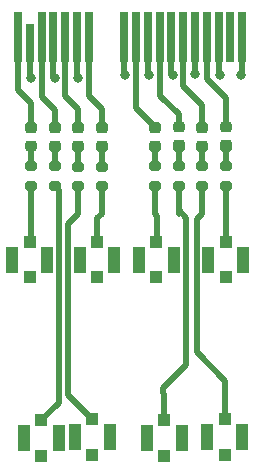
<source format=gbr>
%TF.GenerationSoftware,KiCad,Pcbnew,8.0.4-8.0.4-0~ubuntu22.04.1*%
%TF.CreationDate,2024-08-22T22:04:31-07:00*%
%TF.ProjectId,siglent-la,7369676c-656e-4742-9d6c-612e6b696361,rev?*%
%TF.SameCoordinates,Original*%
%TF.FileFunction,Copper,L1,Top*%
%TF.FilePolarity,Positive*%
%FSLAX46Y46*%
G04 Gerber Fmt 4.6, Leading zero omitted, Abs format (unit mm)*
G04 Created by KiCad (PCBNEW 8.0.4-8.0.4-0~ubuntu22.04.1) date 2024-08-22 22:04:31*
%MOMM*%
%LPD*%
G01*
G04 APERTURE LIST*
G04 Aperture macros list*
%AMRoundRect*
0 Rectangle with rounded corners*
0 $1 Rounding radius*
0 $2 $3 $4 $5 $6 $7 $8 $9 X,Y pos of 4 corners*
0 Add a 4 corners polygon primitive as box body*
4,1,4,$2,$3,$4,$5,$6,$7,$8,$9,$2,$3,0*
0 Add four circle primitives for the rounded corners*
1,1,$1+$1,$2,$3*
1,1,$1+$1,$4,$5*
1,1,$1+$1,$6,$7*
1,1,$1+$1,$8,$9*
0 Add four rect primitives between the rounded corners*
20,1,$1+$1,$2,$3,$4,$5,0*
20,1,$1+$1,$4,$5,$6,$7,0*
20,1,$1+$1,$6,$7,$8,$9,0*
20,1,$1+$1,$8,$9,$2,$3,0*%
G04 Aperture macros list end*
%TA.AperFunction,SMDPad,CuDef*%
%ADD10R,1.000000X1.000000*%
%TD*%
%TA.AperFunction,SMDPad,CuDef*%
%ADD11R,1.050000X2.200000*%
%TD*%
%TA.AperFunction,SMDPad,CuDef*%
%ADD12RoundRect,0.200000X0.275000X-0.200000X0.275000X0.200000X-0.275000X0.200000X-0.275000X-0.200000X0*%
%TD*%
%TA.AperFunction,SMDPad,CuDef*%
%ADD13RoundRect,0.225000X0.250000X-0.225000X0.250000X0.225000X-0.250000X0.225000X-0.250000X-0.225000X0*%
%TD*%
%TA.AperFunction,ConnectorPad*%
%ADD14R,0.700000X4.300000*%
%TD*%
%TA.AperFunction,ConnectorPad*%
%ADD15R,0.700000X3.200000*%
%TD*%
%TA.AperFunction,ViaPad*%
%ADD16C,0.800000*%
%TD*%
%TA.AperFunction,Conductor*%
%ADD17C,0.500000*%
%TD*%
G04 APERTURE END LIST*
D10*
%TO.P,J20,1,In*%
%TO.N,Net-(J20-In)*%
X119000000Y-84400000D03*
D11*
%TO.P,J20,2,Ext*%
%TO.N,GND*%
X117525000Y-85900000D03*
D10*
X119000000Y-87400000D03*
D11*
X120475000Y-85900000D03*
%TD*%
D10*
%TO.P,J19,1,In*%
%TO.N,Net-(J19-In)*%
X118925000Y-99400000D03*
D11*
%TO.P,J19,2,Ext*%
%TO.N,GND*%
X117450000Y-100900000D03*
D10*
X118925000Y-102400000D03*
D11*
X120400000Y-100900000D03*
%TD*%
D10*
%TO.P,J18,1,In*%
%TO.N,Net-(J18-In)*%
X113800000Y-99500000D03*
D11*
%TO.P,J18,2,Ext*%
%TO.N,GND*%
X112325000Y-101000000D03*
D10*
X113800000Y-102500000D03*
D11*
X115275000Y-101000000D03*
%TD*%
D10*
%TO.P,J17,1,In*%
%TO.N,Net-(J17-In)*%
X113100000Y-84400000D03*
D11*
%TO.P,J17,2,Ext*%
%TO.N,GND*%
X111625000Y-85900000D03*
D10*
X113100000Y-87400000D03*
D11*
X114575000Y-85900000D03*
%TD*%
D10*
%TO.P,J16,1,In*%
%TO.N,Net-(J16-In)*%
X108100000Y-84400000D03*
D11*
%TO.P,J16,2,Ext*%
%TO.N,GND*%
X106625000Y-85900000D03*
D10*
X108100000Y-87400000D03*
D11*
X109575000Y-85900000D03*
%TD*%
%TO.P,J15,2,Ext*%
%TO.N,GND*%
X109175000Y-100900000D03*
D10*
X107700000Y-102400000D03*
D11*
X106225000Y-100900000D03*
D10*
%TO.P,J15,1,In*%
%TO.N,Net-(J15-In)*%
X107700000Y-99400000D03*
%TD*%
%TO.P,J14,1,In*%
%TO.N,Net-(J14-In)*%
X103375000Y-99500000D03*
D11*
%TO.P,J14,2,Ext*%
%TO.N,GND*%
X101900000Y-101000000D03*
D10*
X103375000Y-102500000D03*
D11*
X104850000Y-101000000D03*
%TD*%
D10*
%TO.P,J13,1,In*%
%TO.N,Net-(J13-In)*%
X102400000Y-84400000D03*
D11*
%TO.P,J13,2,Ext*%
%TO.N,GND*%
X100925000Y-85900000D03*
D10*
X102400000Y-87400000D03*
D11*
X103875000Y-85900000D03*
%TD*%
D12*
%TO.P,R30,1*%
%TO.N,Net-(C15-Pad1)*%
X117000000Y-76325000D03*
%TO.P,R30,2*%
%TO.N,/input14/OUT*%
X117000000Y-74675000D03*
%TD*%
%TO.P,R31,1*%
%TO.N,Net-(J20-In)*%
X119000000Y-79650000D03*
%TO.P,R31,2*%
%TO.N,Net-(C16-Pad1)*%
X119000000Y-78000000D03*
%TD*%
%TO.P,R21,1*%
%TO.N,Net-(J15-In)*%
X106500000Y-79690000D03*
%TO.P,R21,2*%
%TO.N,Net-(C11-Pad1)*%
X106500000Y-78040000D03*
%TD*%
%TO.P,R20,1*%
%TO.N,Net-(C10-Pad1)*%
X104500000Y-76325000D03*
%TO.P,R20,2*%
%TO.N,/input9/OUT*%
X104500000Y-74675000D03*
%TD*%
D13*
%TO.P,C15,1*%
%TO.N,Net-(C15-Pad1)*%
X117000000Y-76275000D03*
%TO.P,C15,2*%
%TO.N,/input14/OUT*%
X117000000Y-74725000D03*
%TD*%
D12*
%TO.P,R19,1*%
%TO.N,Net-(J14-In)*%
X104500000Y-79650000D03*
%TO.P,R19,2*%
%TO.N,Net-(C10-Pad1)*%
X104500000Y-78000000D03*
%TD*%
%TO.P,R17,1*%
%TO.N,Net-(J13-In)*%
X102500000Y-79650000D03*
%TO.P,R17,2*%
%TO.N,Net-(C9-Pad1)*%
X102500000Y-78000000D03*
%TD*%
%TO.P,R23,1*%
%TO.N,Net-(J16-In)*%
X108500000Y-79690000D03*
%TO.P,R23,2*%
%TO.N,Net-(C12-Pad1)*%
X108500000Y-78040000D03*
%TD*%
%TO.P,R24,1*%
%TO.N,Net-(C12-Pad1)*%
X108500000Y-76325000D03*
%TO.P,R24,2*%
%TO.N,/input11/OUT*%
X108500000Y-74675000D03*
%TD*%
%TO.P,R32,1*%
%TO.N,Net-(C16-Pad1)*%
X119000000Y-76325000D03*
%TO.P,R32,2*%
%TO.N,/input15/OUT*%
X119000000Y-74675000D03*
%TD*%
%TO.P,R29,1*%
%TO.N,Net-(J19-In)*%
X117000000Y-79650000D03*
%TO.P,R29,2*%
%TO.N,Net-(C15-Pad1)*%
X117000000Y-78000000D03*
%TD*%
D13*
%TO.P,C9,1*%
%TO.N,Net-(C9-Pad1)*%
X102500000Y-76275000D03*
%TO.P,C9,2*%
%TO.N,/input8/OUT*%
X102500000Y-74725000D03*
%TD*%
%TO.P,C10,1*%
%TO.N,Net-(C10-Pad1)*%
X104500000Y-76275000D03*
%TO.P,C10,2*%
%TO.N,/input9/OUT*%
X104500000Y-74725000D03*
%TD*%
D12*
%TO.P,R25,1*%
%TO.N,Net-(J17-In)*%
X113000000Y-79650000D03*
%TO.P,R25,2*%
%TO.N,Net-(C13-Pad1)*%
X113000000Y-78000000D03*
%TD*%
D13*
%TO.P,C14,1*%
%TO.N,Net-(C14-Pad1)*%
X115000000Y-76225000D03*
%TO.P,C14,2*%
%TO.N,/input13/OUT*%
X115000000Y-74675000D03*
%TD*%
D12*
%TO.P,R26,1*%
%TO.N,Net-(C13-Pad1)*%
X113000000Y-76325000D03*
%TO.P,R26,2*%
%TO.N,/input12/OUT*%
X113000000Y-74675000D03*
%TD*%
D13*
%TO.P,C11,1*%
%TO.N,Net-(C11-Pad1)*%
X106500000Y-76275000D03*
%TO.P,C11,2*%
%TO.N,/input10/OUT*%
X106500000Y-74725000D03*
%TD*%
%TO.P,C12,1*%
%TO.N,Net-(C12-Pad1)*%
X108500000Y-76275000D03*
%TO.P,C12,2*%
%TO.N,/input11/OUT*%
X108500000Y-74725000D03*
%TD*%
D12*
%TO.P,R27,1*%
%TO.N,Net-(J18-In)*%
X115000000Y-79650000D03*
%TO.P,R27,2*%
%TO.N,Net-(C14-Pad1)*%
X115000000Y-78000000D03*
%TD*%
%TO.P,R22,1*%
%TO.N,Net-(C11-Pad1)*%
X106500000Y-76325000D03*
%TO.P,R22,2*%
%TO.N,/input10/OUT*%
X106500000Y-74675000D03*
%TD*%
%TO.P,R28,1*%
%TO.N,Net-(C14-Pad1)*%
X115000000Y-76325000D03*
%TO.P,R28,2*%
%TO.N,/input13/OUT*%
X115000000Y-74675000D03*
%TD*%
D13*
%TO.P,C16,1*%
%TO.N,Net-(C16-Pad1)*%
X119000000Y-76200000D03*
%TO.P,C16,2*%
%TO.N,/input15/OUT*%
X119000000Y-74650000D03*
%TD*%
D14*
%TO.P,J1,B18,GND*%
%TO.N,/input8/OUT*%
X101400000Y-67000000D03*
D15*
%TO.P,J1,B17,~{PRSNT2}*%
%TO.N,GND*%
X102400000Y-67550000D03*
D14*
%TO.P,J1,B16,GND*%
%TO.N,/input9/OUT*%
X103400000Y-67000000D03*
%TO.P,J1,B15,PETn0*%
%TO.N,GND*%
X104400000Y-67000000D03*
%TO.P,J1,B14,PETp0*%
%TO.N,/input10/OUT*%
X105400000Y-67000000D03*
%TO.P,J1,B13,GND*%
%TO.N,GND*%
X106400000Y-67000000D03*
%TO.P,J1,B12,RSVD*%
%TO.N,/input11/OUT*%
X107400000Y-67000000D03*
%TO.P,J1,B11,~{WAKE}*%
%TO.N,GND*%
X110400000Y-67000000D03*
%TO.P,J1,B10,3.3Vaux*%
%TO.N,/input12/OUT*%
X111400000Y-67000000D03*
%TO.P,J1,B9,JTAG1*%
%TO.N,GND*%
X112400000Y-67000000D03*
%TO.P,J1,B8,+3.3V*%
%TO.N,/input13/OUT*%
X113400000Y-67000000D03*
%TO.P,J1,B7,GND*%
%TO.N,GND*%
X114400000Y-67000000D03*
%TO.P,J1,B6,SMDAT*%
%TO.N,/input14/OUT*%
X115400000Y-67000000D03*
%TO.P,J1,B5,SMCLK*%
%TO.N,GND*%
X116400000Y-67000000D03*
%TO.P,J1,B4,GND*%
%TO.N,/input15/OUT*%
X117400000Y-67000000D03*
%TO.P,J1,B3,+12V*%
%TO.N,GND*%
X118400000Y-67000000D03*
%TO.P,J1,B2,+12V*%
%TO.N,unconnected-(J1-+12V-PadB2)*%
X119400000Y-67000000D03*
%TO.P,J1,B1,+12V*%
%TO.N,GND*%
X120400000Y-67000000D03*
%TD*%
D13*
%TO.P,C13,1*%
%TO.N,Net-(C13-Pad1)*%
X113000000Y-76275000D03*
%TO.P,C13,2*%
%TO.N,/input12/OUT*%
X113000000Y-74725000D03*
%TD*%
D12*
%TO.P,R18,1*%
%TO.N,Net-(C9-Pad1)*%
X102500000Y-76275000D03*
%TO.P,R18,2*%
%TO.N,/input8/OUT*%
X102500000Y-74625000D03*
%TD*%
D16*
%TO.N,GND*%
X102500000Y-70500000D03*
X110500000Y-70250000D03*
X106500000Y-70500000D03*
X116400000Y-70150000D03*
X112500000Y-70250000D03*
X118500000Y-70250000D03*
X104500000Y-70500000D03*
X114500000Y-70250000D03*
X120250000Y-70250000D03*
%TD*%
D17*
%TO.N,Net-(J14-In)*%
X104500000Y-79650000D02*
X104850000Y-80000000D01*
X104850000Y-80000000D02*
X104850000Y-98025000D01*
X104850000Y-98025000D02*
X103375000Y-99500000D01*
%TO.N,Net-(J15-In)*%
X105650000Y-82850000D02*
X105650000Y-97350000D01*
X105650000Y-97350000D02*
X107700000Y-99400000D01*
%TO.N,Net-(J13-In)*%
X102500000Y-82040000D02*
X102525000Y-82065000D01*
X102525000Y-82065000D02*
X102525000Y-84400000D01*
%TO.N,Net-(J15-In)*%
X106500000Y-82000000D02*
X105650000Y-82850000D01*
%TO.N,Net-(J16-In)*%
X108500000Y-79690000D02*
X108500000Y-82000000D01*
X108500000Y-82000000D02*
X108100000Y-82400000D01*
X108100000Y-82400000D02*
X108100000Y-84400000D01*
%TO.N,Net-(J17-In)*%
X113000000Y-82000000D02*
X113200000Y-82200000D01*
X113200000Y-82200000D02*
X113200000Y-84400000D01*
%TO.N,Net-(J18-In)*%
X115650000Y-94850000D02*
X113700000Y-96800000D01*
X115000000Y-81700000D02*
X115650000Y-82350000D01*
X113700000Y-96800000D02*
X113700000Y-97200000D01*
X115650000Y-82350000D02*
X115650000Y-94850000D01*
X115000000Y-79650000D02*
X115000000Y-81700000D01*
X115000000Y-81700000D02*
X115000000Y-82000000D01*
X113800000Y-97300000D02*
X113800000Y-99500000D01*
X113700000Y-97200000D02*
X113800000Y-97300000D01*
%TO.N,Net-(J19-In)*%
X117000000Y-79650000D02*
X117000000Y-82000000D01*
X117000000Y-82000000D02*
X116550000Y-82450000D01*
X116550000Y-82450000D02*
X116550000Y-93750000D01*
X116550000Y-93750000D02*
X118925000Y-96125000D01*
X118925000Y-96125000D02*
X118925000Y-99400000D01*
%TO.N,Net-(J20-In)*%
X119000000Y-79650000D02*
X119000000Y-84300000D01*
%TO.N,Net-(C9-Pad1)*%
X102500000Y-76275000D02*
X102500000Y-78000000D01*
%TO.N,/input8/OUT*%
X102500000Y-72590000D02*
X102500000Y-74625000D01*
X101400000Y-71490000D02*
X102500000Y-72590000D01*
X101400000Y-67000000D02*
X101400000Y-71490000D01*
%TO.N,Net-(C10-Pad1)*%
X104500000Y-76275000D02*
X104500000Y-78000000D01*
%TO.N,/input9/OUT*%
X104500000Y-73220000D02*
X104500000Y-74675000D01*
X103400000Y-72120000D02*
X104500000Y-73220000D01*
X103400000Y-67000000D02*
X103400000Y-72120000D01*
%TO.N,Net-(C11-Pad1)*%
X106500000Y-76275000D02*
X106500000Y-78040000D01*
%TO.N,/input10/OUT*%
X105400000Y-72000000D02*
X106500000Y-73100000D01*
X106500000Y-73100000D02*
X106500000Y-74725000D01*
X105400000Y-67000000D02*
X105400000Y-72000000D01*
%TO.N,Net-(C12-Pad1)*%
X108500000Y-76325000D02*
X108500000Y-78040000D01*
%TO.N,/input11/OUT*%
X107400000Y-67000000D02*
X107400000Y-72020000D01*
X108500000Y-73120000D02*
X108500000Y-74675000D01*
X107400000Y-72020000D02*
X108500000Y-73120000D01*
%TO.N,Net-(C13-Pad1)*%
X113000000Y-76275000D02*
X113000000Y-78000000D01*
%TO.N,/input12/OUT*%
X111400000Y-73075000D02*
X113000000Y-74675000D01*
X111400000Y-67000000D02*
X111400000Y-73075000D01*
%TO.N,Net-(C14-Pad1)*%
X115000000Y-76225000D02*
X115000000Y-78000000D01*
%TO.N,/input13/OUT*%
X115000000Y-73600000D02*
X115000000Y-74675000D01*
X113400000Y-67000000D02*
X113400000Y-72000000D01*
X113400000Y-72000000D02*
X115000000Y-73600000D01*
%TO.N,Net-(C15-Pad1)*%
X117000000Y-76275000D02*
X117000000Y-78000000D01*
%TO.N,/input14/OUT*%
X115400000Y-67000000D02*
X115400000Y-71200000D01*
X115400000Y-71200000D02*
X117000000Y-72800000D01*
X117000000Y-72800000D02*
X117000000Y-74675000D01*
%TO.N,Net-(C16-Pad1)*%
X119000000Y-76200000D02*
X119000000Y-78000000D01*
%TO.N,/input15/OUT*%
X117400000Y-70600000D02*
X119000000Y-72200000D01*
X119000000Y-72200000D02*
X119000000Y-74650000D01*
X117400000Y-67000000D02*
X117400000Y-70600000D01*
%TO.N,GND*%
X114400000Y-67000000D02*
X114400000Y-70150000D01*
X116400000Y-67000000D02*
X116400000Y-70150000D01*
X120400000Y-70100000D02*
X120400000Y-67000000D01*
X112400000Y-67000000D02*
X112400000Y-70150000D01*
X110400000Y-70150000D02*
X110500000Y-70250000D01*
X110400000Y-67000000D02*
X110400000Y-70150000D01*
X118400000Y-67000000D02*
X118400000Y-70150000D01*
X106400000Y-70400000D02*
X106500000Y-70500000D01*
X120250000Y-70250000D02*
X120400000Y-70100000D01*
X106400000Y-67000000D02*
X106400000Y-70400000D01*
X116500000Y-70250000D02*
X116400000Y-70150000D01*
X112400000Y-70150000D02*
X112500000Y-70250000D01*
X102400000Y-67550000D02*
X102400000Y-70400000D01*
X104400000Y-70400000D02*
X104500000Y-70500000D01*
X102400000Y-70400000D02*
X102500000Y-70500000D01*
X118400000Y-70150000D02*
X118500000Y-70250000D01*
X104400000Y-67000000D02*
X104400000Y-70400000D01*
X114400000Y-70150000D02*
X114500000Y-70250000D01*
%TO.N,Net-(J13-In)*%
X102500000Y-79650000D02*
X102500000Y-82040000D01*
%TO.N,Net-(J15-In)*%
X106500000Y-79690000D02*
X106500000Y-82000000D01*
%TO.N,Net-(J17-In)*%
X113000000Y-79650000D02*
X113000000Y-82000000D01*
%TD*%
M02*

</source>
